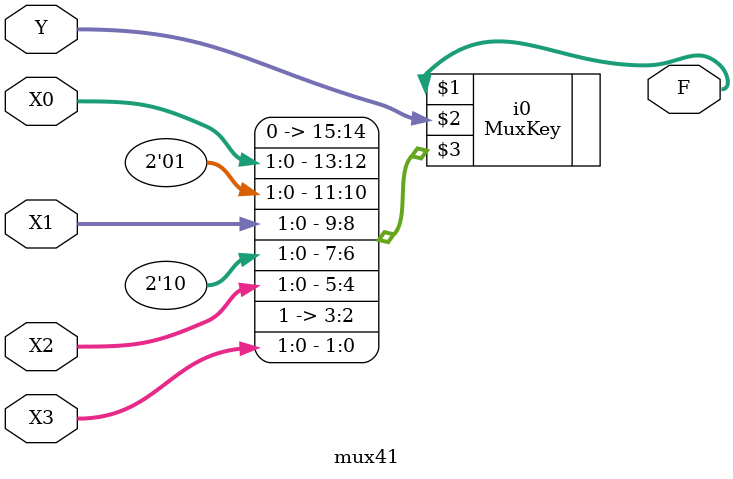
<source format=v>
module mux41(X0,X1,X2,X3,Y,F);
  input  [1:0] X0;
  input  [1:0]  X1;
  input  [1:0] X2;
  input  [1:0] X3;
  input  [1:0] Y;
  output reg [1:0]F;
MuxKey#(4, 2, 2) i0 (F, Y, {
    2'b00, X0,
    2'b01, X1,
    2'b10, X2,
    2'b11, X3
  });
/*  always@(*) begin
  case(Y)
  2'b00:F=X0;
  2'b01:F=X1;
  2'b10:F= X2;
  2'b11:F= X3;
  default:F=0;
  endcase
  end*/
endmodule

</source>
